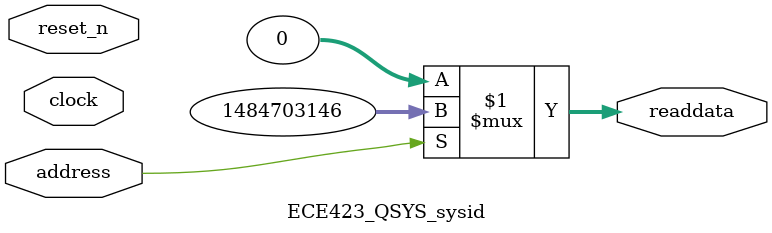
<source format=v>



// synthesis translate_off
`timescale 1ns / 1ps
// synthesis translate_on

// turn off superfluous verilog processor warnings 
// altera message_level Level1 
// altera message_off 10034 10035 10036 10037 10230 10240 10030 

module ECE423_QSYS_sysid (
               // inputs:
                address,
                clock,
                reset_n,

               // outputs:
                readdata
             )
;

  output  [ 31: 0] readdata;
  input            address;
  input            clock;
  input            reset_n;

  wire    [ 31: 0] readdata;
  //control_slave, which is an e_avalon_slave
  assign readdata = address ? 1484703146 : 0;

endmodule




</source>
